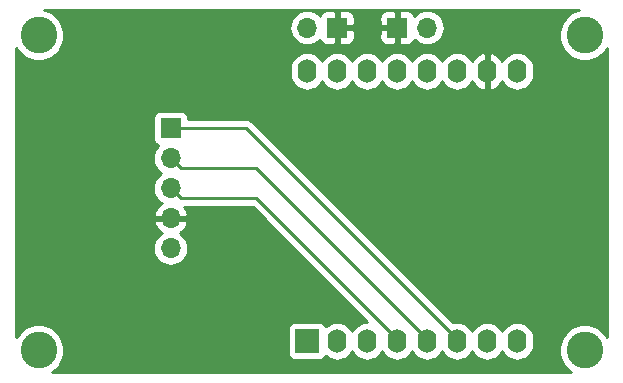
<source format=gbr>
G04 #@! TF.GenerationSoftware,KiCad,Pcbnew,(5.1.2)-2*
G04 #@! TF.CreationDate,2019-08-08T14:41:15+02:00*
G04 #@! TF.ProjectId,esp8266_8x8MatrixLed,65737038-3236-4365-9f38-78384d617472,rev?*
G04 #@! TF.SameCoordinates,Original*
G04 #@! TF.FileFunction,Copper,L2,Bot*
G04 #@! TF.FilePolarity,Positive*
%FSLAX46Y46*%
G04 Gerber Fmt 4.6, Leading zero omitted, Abs format (unit mm)*
G04 Created by KiCad (PCBNEW (5.1.2)-2) date 2019-08-08 14:41:15*
%MOMM*%
%LPD*%
G04 APERTURE LIST*
%ADD10O,1.600000X2.000000*%
%ADD11R,2.000000X2.000000*%
%ADD12O,1.700000X1.700000*%
%ADD13R,1.700000X1.700000*%
%ADD14C,3.100000*%
%ADD15C,0.250000*%
%ADD16C,0.254000*%
G04 APERTURE END LIST*
D10*
X88265000Y-34798000D03*
X90805000Y-34798000D03*
X93345000Y-34798000D03*
X95885000Y-34798000D03*
X98425000Y-34798000D03*
X100965000Y-34798000D03*
X103505000Y-34798000D03*
X106045000Y-34798000D03*
X106045000Y-57658000D03*
X103505000Y-57658000D03*
X100965000Y-57658000D03*
X98425000Y-57658000D03*
X95885000Y-57658000D03*
X93345000Y-57658000D03*
D11*
X88265000Y-57658000D03*
D10*
X90805000Y-57658000D03*
D12*
X76708000Y-49784000D03*
X76708000Y-47244000D03*
X76708000Y-44704000D03*
X76708000Y-42164000D03*
D13*
X76708000Y-39624000D03*
D12*
X98425000Y-31115000D03*
D13*
X95885000Y-31115000D03*
D12*
X88265000Y-31115000D03*
D13*
X90805000Y-31115000D03*
D14*
X111760000Y-31750000D03*
X111760000Y-58420000D03*
X65532000Y-58420000D03*
X65532000Y-31750000D03*
D15*
X95885000Y-57458000D02*
X95885000Y-57658000D01*
X83980999Y-45553999D02*
X95885000Y-57458000D01*
X77557999Y-45553999D02*
X83980999Y-45553999D01*
X76708000Y-44704000D02*
X77557999Y-45553999D01*
X98425000Y-57458000D02*
X98425000Y-57658000D01*
X83980999Y-43013999D02*
X98425000Y-57458000D01*
X77557999Y-43013999D02*
X83980999Y-43013999D01*
X76708000Y-42164000D02*
X77557999Y-43013999D01*
X100965000Y-57458000D02*
X100965000Y-57658000D01*
X83131000Y-39624000D02*
X100965000Y-57458000D01*
X76708000Y-39624000D02*
X83131000Y-39624000D01*
D16*
G36*
X111122659Y-29648969D02*
G01*
X110725015Y-29813678D01*
X110367144Y-30052800D01*
X110062800Y-30357144D01*
X109823678Y-30715015D01*
X109658969Y-31112659D01*
X109575000Y-31534796D01*
X109575000Y-31965204D01*
X109658969Y-32387341D01*
X109823678Y-32784985D01*
X110062800Y-33142856D01*
X110367144Y-33447200D01*
X110725015Y-33686322D01*
X111122659Y-33851031D01*
X111544796Y-33935000D01*
X111975204Y-33935000D01*
X112397341Y-33851031D01*
X112794985Y-33686322D01*
X113152856Y-33447200D01*
X113457200Y-33142856D01*
X113640001Y-32869275D01*
X113640000Y-57300723D01*
X113457200Y-57027144D01*
X113152856Y-56722800D01*
X112794985Y-56483678D01*
X112397341Y-56318969D01*
X111975204Y-56235000D01*
X111544796Y-56235000D01*
X111122659Y-56318969D01*
X110725015Y-56483678D01*
X110367144Y-56722800D01*
X110062800Y-57027144D01*
X109823678Y-57385015D01*
X109658969Y-57782659D01*
X109575000Y-58204796D01*
X109575000Y-58635204D01*
X109658969Y-59057341D01*
X109823678Y-59454985D01*
X110062800Y-59812856D01*
X110367144Y-60117200D01*
X110640723Y-60300000D01*
X66651277Y-60300000D01*
X66924856Y-60117200D01*
X67229200Y-59812856D01*
X67468322Y-59454985D01*
X67633031Y-59057341D01*
X67717000Y-58635204D01*
X67717000Y-58204796D01*
X67633031Y-57782659D01*
X67468322Y-57385015D01*
X67229200Y-57027144D01*
X66924856Y-56722800D01*
X66566985Y-56483678D01*
X66169341Y-56318969D01*
X65747204Y-56235000D01*
X65316796Y-56235000D01*
X64894659Y-56318969D01*
X64497015Y-56483678D01*
X64139144Y-56722800D01*
X63834800Y-57027144D01*
X63652000Y-57300723D01*
X63652000Y-49784000D01*
X75215815Y-49784000D01*
X75244487Y-50075111D01*
X75329401Y-50355034D01*
X75467294Y-50613014D01*
X75652866Y-50839134D01*
X75878986Y-51024706D01*
X76136966Y-51162599D01*
X76416889Y-51247513D01*
X76635050Y-51269000D01*
X76780950Y-51269000D01*
X76999111Y-51247513D01*
X77279034Y-51162599D01*
X77537014Y-51024706D01*
X77763134Y-50839134D01*
X77948706Y-50613014D01*
X78086599Y-50355034D01*
X78171513Y-50075111D01*
X78200185Y-49784000D01*
X78171513Y-49492889D01*
X78086599Y-49212966D01*
X77948706Y-48954986D01*
X77763134Y-48728866D01*
X77537014Y-48543294D01*
X77472477Y-48508799D01*
X77589355Y-48439178D01*
X77805588Y-48244269D01*
X77979641Y-48010920D01*
X78104825Y-47748099D01*
X78149476Y-47600890D01*
X78028155Y-47371000D01*
X76835000Y-47371000D01*
X76835000Y-47391000D01*
X76581000Y-47391000D01*
X76581000Y-47371000D01*
X75387845Y-47371000D01*
X75266524Y-47600890D01*
X75311175Y-47748099D01*
X75436359Y-48010920D01*
X75610412Y-48244269D01*
X75826645Y-48439178D01*
X75943523Y-48508799D01*
X75878986Y-48543294D01*
X75652866Y-48728866D01*
X75467294Y-48954986D01*
X75329401Y-49212966D01*
X75244487Y-49492889D01*
X75215815Y-49784000D01*
X63652000Y-49784000D01*
X63652000Y-42164000D01*
X75215815Y-42164000D01*
X75244487Y-42455111D01*
X75329401Y-42735034D01*
X75467294Y-42993014D01*
X75652866Y-43219134D01*
X75878986Y-43404706D01*
X75933791Y-43434000D01*
X75878986Y-43463294D01*
X75652866Y-43648866D01*
X75467294Y-43874986D01*
X75329401Y-44132966D01*
X75244487Y-44412889D01*
X75215815Y-44704000D01*
X75244487Y-44995111D01*
X75329401Y-45275034D01*
X75467294Y-45533014D01*
X75652866Y-45759134D01*
X75878986Y-45944706D01*
X75943523Y-45979201D01*
X75826645Y-46048822D01*
X75610412Y-46243731D01*
X75436359Y-46477080D01*
X75311175Y-46739901D01*
X75266524Y-46887110D01*
X75387845Y-47117000D01*
X76581000Y-47117000D01*
X76581000Y-47097000D01*
X76835000Y-47097000D01*
X76835000Y-47117000D01*
X78028155Y-47117000D01*
X78149476Y-46887110D01*
X78104825Y-46739901D01*
X77979641Y-46477080D01*
X77858000Y-46313999D01*
X83666198Y-46313999D01*
X93370796Y-56018598D01*
X93345000Y-56016057D01*
X93063691Y-56043764D01*
X92793192Y-56125818D01*
X92543899Y-56259068D01*
X92325392Y-56438393D01*
X92146068Y-56656900D01*
X92075000Y-56789858D01*
X92003932Y-56656899D01*
X91824607Y-56438392D01*
X91606100Y-56259068D01*
X91356807Y-56125818D01*
X91086308Y-56043764D01*
X90805000Y-56016057D01*
X90523691Y-56043764D01*
X90253192Y-56125818D01*
X90003899Y-56259068D01*
X89842559Y-56391477D01*
X89795537Y-56303506D01*
X89716185Y-56206815D01*
X89619494Y-56127463D01*
X89509180Y-56068498D01*
X89389482Y-56032188D01*
X89265000Y-56019928D01*
X87265000Y-56019928D01*
X87140518Y-56032188D01*
X87020820Y-56068498D01*
X86910506Y-56127463D01*
X86813815Y-56206815D01*
X86734463Y-56303506D01*
X86675498Y-56413820D01*
X86639188Y-56533518D01*
X86626928Y-56658000D01*
X86626928Y-58658000D01*
X86639188Y-58782482D01*
X86675498Y-58902180D01*
X86734463Y-59012494D01*
X86813815Y-59109185D01*
X86910506Y-59188537D01*
X87020820Y-59247502D01*
X87140518Y-59283812D01*
X87265000Y-59296072D01*
X89265000Y-59296072D01*
X89389482Y-59283812D01*
X89509180Y-59247502D01*
X89619494Y-59188537D01*
X89716185Y-59109185D01*
X89795537Y-59012494D01*
X89842559Y-58924523D01*
X90003900Y-59056932D01*
X90253193Y-59190182D01*
X90523692Y-59272236D01*
X90805000Y-59299943D01*
X91086309Y-59272236D01*
X91356808Y-59190182D01*
X91606101Y-59056932D01*
X91824608Y-58877608D01*
X92003932Y-58659101D01*
X92075000Y-58526142D01*
X92146068Y-58659101D01*
X92325393Y-58877608D01*
X92543900Y-59056932D01*
X92793193Y-59190182D01*
X93063692Y-59272236D01*
X93345000Y-59299943D01*
X93626309Y-59272236D01*
X93896808Y-59190182D01*
X94146101Y-59056932D01*
X94364608Y-58877608D01*
X94543932Y-58659101D01*
X94615000Y-58526142D01*
X94686068Y-58659101D01*
X94865393Y-58877608D01*
X95083900Y-59056932D01*
X95333193Y-59190182D01*
X95603692Y-59272236D01*
X95885000Y-59299943D01*
X96166309Y-59272236D01*
X96436808Y-59190182D01*
X96686101Y-59056932D01*
X96904608Y-58877608D01*
X97083932Y-58659101D01*
X97155000Y-58526142D01*
X97226068Y-58659101D01*
X97405393Y-58877608D01*
X97623900Y-59056932D01*
X97873193Y-59190182D01*
X98143692Y-59272236D01*
X98425000Y-59299943D01*
X98706309Y-59272236D01*
X98976808Y-59190182D01*
X99226101Y-59056932D01*
X99444608Y-58877608D01*
X99623932Y-58659101D01*
X99695000Y-58526142D01*
X99766068Y-58659101D01*
X99945393Y-58877608D01*
X100163900Y-59056932D01*
X100413193Y-59190182D01*
X100683692Y-59272236D01*
X100965000Y-59299943D01*
X101246309Y-59272236D01*
X101516808Y-59190182D01*
X101766101Y-59056932D01*
X101984608Y-58877608D01*
X102163932Y-58659101D01*
X102235000Y-58526142D01*
X102306068Y-58659101D01*
X102485393Y-58877608D01*
X102703900Y-59056932D01*
X102953193Y-59190182D01*
X103223692Y-59272236D01*
X103505000Y-59299943D01*
X103786309Y-59272236D01*
X104056808Y-59190182D01*
X104306101Y-59056932D01*
X104524608Y-58877608D01*
X104703932Y-58659101D01*
X104775000Y-58526142D01*
X104846068Y-58659101D01*
X105025393Y-58877608D01*
X105243900Y-59056932D01*
X105493193Y-59190182D01*
X105763692Y-59272236D01*
X106045000Y-59299943D01*
X106326309Y-59272236D01*
X106596808Y-59190182D01*
X106846101Y-59056932D01*
X107064608Y-58877608D01*
X107243932Y-58659101D01*
X107377182Y-58409807D01*
X107459236Y-58139308D01*
X107480000Y-57928491D01*
X107480000Y-57387508D01*
X107459236Y-57176691D01*
X107377182Y-56906192D01*
X107243932Y-56656899D01*
X107064607Y-56438392D01*
X106846100Y-56259068D01*
X106596807Y-56125818D01*
X106326308Y-56043764D01*
X106045000Y-56016057D01*
X105763691Y-56043764D01*
X105493192Y-56125818D01*
X105243899Y-56259068D01*
X105025392Y-56438393D01*
X104846068Y-56656900D01*
X104775000Y-56789858D01*
X104703932Y-56656899D01*
X104524607Y-56438392D01*
X104306100Y-56259068D01*
X104056807Y-56125818D01*
X103786308Y-56043764D01*
X103505000Y-56016057D01*
X103223691Y-56043764D01*
X102953192Y-56125818D01*
X102703899Y-56259068D01*
X102485392Y-56438393D01*
X102306068Y-56656900D01*
X102235000Y-56789858D01*
X102163932Y-56656899D01*
X101984607Y-56438392D01*
X101766100Y-56259068D01*
X101516807Y-56125818D01*
X101246308Y-56043764D01*
X100965000Y-56016057D01*
X100683691Y-56043764D01*
X100639094Y-56057292D01*
X83694804Y-39113003D01*
X83671001Y-39083999D01*
X83555276Y-38989026D01*
X83423247Y-38918454D01*
X83279986Y-38874997D01*
X83168333Y-38864000D01*
X83168322Y-38864000D01*
X83131000Y-38860324D01*
X83093678Y-38864000D01*
X78196072Y-38864000D01*
X78196072Y-38774000D01*
X78183812Y-38649518D01*
X78147502Y-38529820D01*
X78088537Y-38419506D01*
X78009185Y-38322815D01*
X77912494Y-38243463D01*
X77802180Y-38184498D01*
X77682482Y-38148188D01*
X77558000Y-38135928D01*
X75858000Y-38135928D01*
X75733518Y-38148188D01*
X75613820Y-38184498D01*
X75503506Y-38243463D01*
X75406815Y-38322815D01*
X75327463Y-38419506D01*
X75268498Y-38529820D01*
X75232188Y-38649518D01*
X75219928Y-38774000D01*
X75219928Y-40474000D01*
X75232188Y-40598482D01*
X75268498Y-40718180D01*
X75327463Y-40828494D01*
X75406815Y-40925185D01*
X75503506Y-41004537D01*
X75613820Y-41063502D01*
X75682687Y-41084393D01*
X75652866Y-41108866D01*
X75467294Y-41334986D01*
X75329401Y-41592966D01*
X75244487Y-41872889D01*
X75215815Y-42164000D01*
X63652000Y-42164000D01*
X63652000Y-34527509D01*
X86830000Y-34527509D01*
X86830000Y-35068492D01*
X86850764Y-35279309D01*
X86932818Y-35549808D01*
X87066068Y-35799101D01*
X87245393Y-36017608D01*
X87463900Y-36196932D01*
X87713193Y-36330182D01*
X87983692Y-36412236D01*
X88265000Y-36439943D01*
X88546309Y-36412236D01*
X88816808Y-36330182D01*
X89066101Y-36196932D01*
X89284608Y-36017608D01*
X89463932Y-35799101D01*
X89535000Y-35666142D01*
X89606068Y-35799101D01*
X89785393Y-36017608D01*
X90003900Y-36196932D01*
X90253193Y-36330182D01*
X90523692Y-36412236D01*
X90805000Y-36439943D01*
X91086309Y-36412236D01*
X91356808Y-36330182D01*
X91606101Y-36196932D01*
X91824608Y-36017608D01*
X92003932Y-35799101D01*
X92075000Y-35666142D01*
X92146068Y-35799101D01*
X92325393Y-36017608D01*
X92543900Y-36196932D01*
X92793193Y-36330182D01*
X93063692Y-36412236D01*
X93345000Y-36439943D01*
X93626309Y-36412236D01*
X93896808Y-36330182D01*
X94146101Y-36196932D01*
X94364608Y-36017608D01*
X94543932Y-35799101D01*
X94615000Y-35666142D01*
X94686068Y-35799101D01*
X94865393Y-36017608D01*
X95083900Y-36196932D01*
X95333193Y-36330182D01*
X95603692Y-36412236D01*
X95885000Y-36439943D01*
X96166309Y-36412236D01*
X96436808Y-36330182D01*
X96686101Y-36196932D01*
X96904608Y-36017608D01*
X97083932Y-35799101D01*
X97155000Y-35666142D01*
X97226068Y-35799101D01*
X97405393Y-36017608D01*
X97623900Y-36196932D01*
X97873193Y-36330182D01*
X98143692Y-36412236D01*
X98425000Y-36439943D01*
X98706309Y-36412236D01*
X98976808Y-36330182D01*
X99226101Y-36196932D01*
X99444608Y-36017608D01*
X99623932Y-35799101D01*
X99695000Y-35666142D01*
X99766068Y-35799101D01*
X99945393Y-36017608D01*
X100163900Y-36196932D01*
X100413193Y-36330182D01*
X100683692Y-36412236D01*
X100965000Y-36439943D01*
X101246309Y-36412236D01*
X101516808Y-36330182D01*
X101766101Y-36196932D01*
X101984608Y-36017608D01*
X102163932Y-35799101D01*
X102233122Y-35669655D01*
X102240570Y-35687227D01*
X102399327Y-35920662D01*
X102600575Y-36118639D01*
X102836579Y-36273551D01*
X103098270Y-36379444D01*
X103155961Y-36389904D01*
X103378000Y-36267915D01*
X103378000Y-34925000D01*
X103358000Y-34925000D01*
X103358000Y-34671000D01*
X103378000Y-34671000D01*
X103378000Y-33328085D01*
X103632000Y-33328085D01*
X103632000Y-34671000D01*
X103652000Y-34671000D01*
X103652000Y-34925000D01*
X103632000Y-34925000D01*
X103632000Y-36267915D01*
X103854039Y-36389904D01*
X103911730Y-36379444D01*
X104173421Y-36273551D01*
X104409425Y-36118639D01*
X104610673Y-35920662D01*
X104769430Y-35687227D01*
X104776878Y-35669655D01*
X104846068Y-35799101D01*
X105025393Y-36017608D01*
X105243900Y-36196932D01*
X105493193Y-36330182D01*
X105763692Y-36412236D01*
X106045000Y-36439943D01*
X106326309Y-36412236D01*
X106596808Y-36330182D01*
X106846101Y-36196932D01*
X107064608Y-36017608D01*
X107243932Y-35799101D01*
X107377182Y-35549807D01*
X107459236Y-35279308D01*
X107480000Y-35068491D01*
X107480000Y-34527508D01*
X107459236Y-34316691D01*
X107377182Y-34046192D01*
X107243932Y-33796899D01*
X107064607Y-33578392D01*
X106846100Y-33399068D01*
X106596807Y-33265818D01*
X106326308Y-33183764D01*
X106045000Y-33156057D01*
X105763691Y-33183764D01*
X105493192Y-33265818D01*
X105243899Y-33399068D01*
X105025392Y-33578393D01*
X104846068Y-33796900D01*
X104776878Y-33926345D01*
X104769430Y-33908773D01*
X104610673Y-33675338D01*
X104409425Y-33477361D01*
X104173421Y-33322449D01*
X103911730Y-33216556D01*
X103854039Y-33206096D01*
X103632000Y-33328085D01*
X103378000Y-33328085D01*
X103155961Y-33206096D01*
X103098270Y-33216556D01*
X102836579Y-33322449D01*
X102600575Y-33477361D01*
X102399327Y-33675338D01*
X102240570Y-33908773D01*
X102233122Y-33926345D01*
X102163932Y-33796899D01*
X101984607Y-33578392D01*
X101766100Y-33399068D01*
X101516807Y-33265818D01*
X101246308Y-33183764D01*
X100965000Y-33156057D01*
X100683691Y-33183764D01*
X100413192Y-33265818D01*
X100163899Y-33399068D01*
X99945392Y-33578393D01*
X99766068Y-33796900D01*
X99695000Y-33929858D01*
X99623932Y-33796899D01*
X99444607Y-33578392D01*
X99226100Y-33399068D01*
X98976807Y-33265818D01*
X98706308Y-33183764D01*
X98425000Y-33156057D01*
X98143691Y-33183764D01*
X97873192Y-33265818D01*
X97623899Y-33399068D01*
X97405392Y-33578393D01*
X97226068Y-33796900D01*
X97155000Y-33929858D01*
X97083932Y-33796899D01*
X96904607Y-33578392D01*
X96686100Y-33399068D01*
X96436807Y-33265818D01*
X96166308Y-33183764D01*
X95885000Y-33156057D01*
X95603691Y-33183764D01*
X95333192Y-33265818D01*
X95083899Y-33399068D01*
X94865392Y-33578393D01*
X94686068Y-33796900D01*
X94615000Y-33929858D01*
X94543932Y-33796899D01*
X94364607Y-33578392D01*
X94146100Y-33399068D01*
X93896807Y-33265818D01*
X93626308Y-33183764D01*
X93345000Y-33156057D01*
X93063691Y-33183764D01*
X92793192Y-33265818D01*
X92543899Y-33399068D01*
X92325392Y-33578393D01*
X92146068Y-33796900D01*
X92075000Y-33929858D01*
X92003932Y-33796899D01*
X91824607Y-33578392D01*
X91606100Y-33399068D01*
X91356807Y-33265818D01*
X91086308Y-33183764D01*
X90805000Y-33156057D01*
X90523691Y-33183764D01*
X90253192Y-33265818D01*
X90003899Y-33399068D01*
X89785392Y-33578393D01*
X89606068Y-33796900D01*
X89535000Y-33929858D01*
X89463932Y-33796899D01*
X89284607Y-33578392D01*
X89066100Y-33399068D01*
X88816807Y-33265818D01*
X88546308Y-33183764D01*
X88265000Y-33156057D01*
X87983691Y-33183764D01*
X87713192Y-33265818D01*
X87463899Y-33399068D01*
X87245392Y-33578393D01*
X87066068Y-33796900D01*
X86932818Y-34046193D01*
X86850764Y-34316692D01*
X86830000Y-34527509D01*
X63652000Y-34527509D01*
X63652000Y-32869277D01*
X63834800Y-33142856D01*
X64139144Y-33447200D01*
X64497015Y-33686322D01*
X64894659Y-33851031D01*
X65316796Y-33935000D01*
X65747204Y-33935000D01*
X66169341Y-33851031D01*
X66566985Y-33686322D01*
X66924856Y-33447200D01*
X67229200Y-33142856D01*
X67468322Y-32784985D01*
X67633031Y-32387341D01*
X67717000Y-31965204D01*
X67717000Y-31534796D01*
X67633497Y-31115000D01*
X86772815Y-31115000D01*
X86801487Y-31406111D01*
X86886401Y-31686034D01*
X87024294Y-31944014D01*
X87209866Y-32170134D01*
X87435986Y-32355706D01*
X87693966Y-32493599D01*
X87973889Y-32578513D01*
X88192050Y-32600000D01*
X88337950Y-32600000D01*
X88556111Y-32578513D01*
X88836034Y-32493599D01*
X89094014Y-32355706D01*
X89320134Y-32170134D01*
X89344607Y-32140313D01*
X89365498Y-32209180D01*
X89424463Y-32319494D01*
X89503815Y-32416185D01*
X89600506Y-32495537D01*
X89710820Y-32554502D01*
X89830518Y-32590812D01*
X89955000Y-32603072D01*
X90519250Y-32600000D01*
X90678000Y-32441250D01*
X90678000Y-31242000D01*
X90932000Y-31242000D01*
X90932000Y-32441250D01*
X91090750Y-32600000D01*
X91655000Y-32603072D01*
X91779482Y-32590812D01*
X91899180Y-32554502D01*
X92009494Y-32495537D01*
X92106185Y-32416185D01*
X92185537Y-32319494D01*
X92244502Y-32209180D01*
X92280812Y-32089482D01*
X92293072Y-31965000D01*
X94396928Y-31965000D01*
X94409188Y-32089482D01*
X94445498Y-32209180D01*
X94504463Y-32319494D01*
X94583815Y-32416185D01*
X94680506Y-32495537D01*
X94790820Y-32554502D01*
X94910518Y-32590812D01*
X95035000Y-32603072D01*
X95599250Y-32600000D01*
X95758000Y-32441250D01*
X95758000Y-31242000D01*
X94558750Y-31242000D01*
X94400000Y-31400750D01*
X94396928Y-31965000D01*
X92293072Y-31965000D01*
X92290000Y-31400750D01*
X92131250Y-31242000D01*
X90932000Y-31242000D01*
X90678000Y-31242000D01*
X90658000Y-31242000D01*
X90658000Y-30988000D01*
X90678000Y-30988000D01*
X90678000Y-29788750D01*
X90932000Y-29788750D01*
X90932000Y-30988000D01*
X92131250Y-30988000D01*
X92290000Y-30829250D01*
X92293072Y-30265000D01*
X94396928Y-30265000D01*
X94400000Y-30829250D01*
X94558750Y-30988000D01*
X95758000Y-30988000D01*
X95758000Y-29788750D01*
X96012000Y-29788750D01*
X96012000Y-30988000D01*
X96032000Y-30988000D01*
X96032000Y-31242000D01*
X96012000Y-31242000D01*
X96012000Y-32441250D01*
X96170750Y-32600000D01*
X96735000Y-32603072D01*
X96859482Y-32590812D01*
X96979180Y-32554502D01*
X97089494Y-32495537D01*
X97186185Y-32416185D01*
X97265537Y-32319494D01*
X97324502Y-32209180D01*
X97345393Y-32140313D01*
X97369866Y-32170134D01*
X97595986Y-32355706D01*
X97853966Y-32493599D01*
X98133889Y-32578513D01*
X98352050Y-32600000D01*
X98497950Y-32600000D01*
X98716111Y-32578513D01*
X98996034Y-32493599D01*
X99254014Y-32355706D01*
X99480134Y-32170134D01*
X99665706Y-31944014D01*
X99803599Y-31686034D01*
X99888513Y-31406111D01*
X99917185Y-31115000D01*
X99888513Y-30823889D01*
X99803599Y-30543966D01*
X99665706Y-30285986D01*
X99480134Y-30059866D01*
X99254014Y-29874294D01*
X98996034Y-29736401D01*
X98716111Y-29651487D01*
X98497950Y-29630000D01*
X98352050Y-29630000D01*
X98133889Y-29651487D01*
X97853966Y-29736401D01*
X97595986Y-29874294D01*
X97369866Y-30059866D01*
X97345393Y-30089687D01*
X97324502Y-30020820D01*
X97265537Y-29910506D01*
X97186185Y-29813815D01*
X97089494Y-29734463D01*
X96979180Y-29675498D01*
X96859482Y-29639188D01*
X96735000Y-29626928D01*
X96170750Y-29630000D01*
X96012000Y-29788750D01*
X95758000Y-29788750D01*
X95599250Y-29630000D01*
X95035000Y-29626928D01*
X94910518Y-29639188D01*
X94790820Y-29675498D01*
X94680506Y-29734463D01*
X94583815Y-29813815D01*
X94504463Y-29910506D01*
X94445498Y-30020820D01*
X94409188Y-30140518D01*
X94396928Y-30265000D01*
X92293072Y-30265000D01*
X92280812Y-30140518D01*
X92244502Y-30020820D01*
X92185537Y-29910506D01*
X92106185Y-29813815D01*
X92009494Y-29734463D01*
X91899180Y-29675498D01*
X91779482Y-29639188D01*
X91655000Y-29626928D01*
X91090750Y-29630000D01*
X90932000Y-29788750D01*
X90678000Y-29788750D01*
X90519250Y-29630000D01*
X89955000Y-29626928D01*
X89830518Y-29639188D01*
X89710820Y-29675498D01*
X89600506Y-29734463D01*
X89503815Y-29813815D01*
X89424463Y-29910506D01*
X89365498Y-30020820D01*
X89344607Y-30089687D01*
X89320134Y-30059866D01*
X89094014Y-29874294D01*
X88836034Y-29736401D01*
X88556111Y-29651487D01*
X88337950Y-29630000D01*
X88192050Y-29630000D01*
X87973889Y-29651487D01*
X87693966Y-29736401D01*
X87435986Y-29874294D01*
X87209866Y-30059866D01*
X87024294Y-30285986D01*
X86886401Y-30543966D01*
X86801487Y-30823889D01*
X86772815Y-31115000D01*
X67633497Y-31115000D01*
X67633031Y-31112659D01*
X67468322Y-30715015D01*
X67229200Y-30357144D01*
X66924856Y-30052800D01*
X66566985Y-29813678D01*
X66169341Y-29648969D01*
X66003596Y-29616000D01*
X111288404Y-29616000D01*
X111122659Y-29648969D01*
X111122659Y-29648969D01*
G37*
X111122659Y-29648969D02*
X110725015Y-29813678D01*
X110367144Y-30052800D01*
X110062800Y-30357144D01*
X109823678Y-30715015D01*
X109658969Y-31112659D01*
X109575000Y-31534796D01*
X109575000Y-31965204D01*
X109658969Y-32387341D01*
X109823678Y-32784985D01*
X110062800Y-33142856D01*
X110367144Y-33447200D01*
X110725015Y-33686322D01*
X111122659Y-33851031D01*
X111544796Y-33935000D01*
X111975204Y-33935000D01*
X112397341Y-33851031D01*
X112794985Y-33686322D01*
X113152856Y-33447200D01*
X113457200Y-33142856D01*
X113640001Y-32869275D01*
X113640000Y-57300723D01*
X113457200Y-57027144D01*
X113152856Y-56722800D01*
X112794985Y-56483678D01*
X112397341Y-56318969D01*
X111975204Y-56235000D01*
X111544796Y-56235000D01*
X111122659Y-56318969D01*
X110725015Y-56483678D01*
X110367144Y-56722800D01*
X110062800Y-57027144D01*
X109823678Y-57385015D01*
X109658969Y-57782659D01*
X109575000Y-58204796D01*
X109575000Y-58635204D01*
X109658969Y-59057341D01*
X109823678Y-59454985D01*
X110062800Y-59812856D01*
X110367144Y-60117200D01*
X110640723Y-60300000D01*
X66651277Y-60300000D01*
X66924856Y-60117200D01*
X67229200Y-59812856D01*
X67468322Y-59454985D01*
X67633031Y-59057341D01*
X67717000Y-58635204D01*
X67717000Y-58204796D01*
X67633031Y-57782659D01*
X67468322Y-57385015D01*
X67229200Y-57027144D01*
X66924856Y-56722800D01*
X66566985Y-56483678D01*
X66169341Y-56318969D01*
X65747204Y-56235000D01*
X65316796Y-56235000D01*
X64894659Y-56318969D01*
X64497015Y-56483678D01*
X64139144Y-56722800D01*
X63834800Y-57027144D01*
X63652000Y-57300723D01*
X63652000Y-49784000D01*
X75215815Y-49784000D01*
X75244487Y-50075111D01*
X75329401Y-50355034D01*
X75467294Y-50613014D01*
X75652866Y-50839134D01*
X75878986Y-51024706D01*
X76136966Y-51162599D01*
X76416889Y-51247513D01*
X76635050Y-51269000D01*
X76780950Y-51269000D01*
X76999111Y-51247513D01*
X77279034Y-51162599D01*
X77537014Y-51024706D01*
X77763134Y-50839134D01*
X77948706Y-50613014D01*
X78086599Y-50355034D01*
X78171513Y-50075111D01*
X78200185Y-49784000D01*
X78171513Y-49492889D01*
X78086599Y-49212966D01*
X77948706Y-48954986D01*
X77763134Y-48728866D01*
X77537014Y-48543294D01*
X77472477Y-48508799D01*
X77589355Y-48439178D01*
X77805588Y-48244269D01*
X77979641Y-48010920D01*
X78104825Y-47748099D01*
X78149476Y-47600890D01*
X78028155Y-47371000D01*
X76835000Y-47371000D01*
X76835000Y-47391000D01*
X76581000Y-47391000D01*
X76581000Y-47371000D01*
X75387845Y-47371000D01*
X75266524Y-47600890D01*
X75311175Y-47748099D01*
X75436359Y-48010920D01*
X75610412Y-48244269D01*
X75826645Y-48439178D01*
X75943523Y-48508799D01*
X75878986Y-48543294D01*
X75652866Y-48728866D01*
X75467294Y-48954986D01*
X75329401Y-49212966D01*
X75244487Y-49492889D01*
X75215815Y-49784000D01*
X63652000Y-49784000D01*
X63652000Y-42164000D01*
X75215815Y-42164000D01*
X75244487Y-42455111D01*
X75329401Y-42735034D01*
X75467294Y-42993014D01*
X75652866Y-43219134D01*
X75878986Y-43404706D01*
X75933791Y-43434000D01*
X75878986Y-43463294D01*
X75652866Y-43648866D01*
X75467294Y-43874986D01*
X75329401Y-44132966D01*
X75244487Y-44412889D01*
X75215815Y-44704000D01*
X75244487Y-44995111D01*
X75329401Y-45275034D01*
X75467294Y-45533014D01*
X75652866Y-45759134D01*
X75878986Y-45944706D01*
X75943523Y-45979201D01*
X75826645Y-46048822D01*
X75610412Y-46243731D01*
X75436359Y-46477080D01*
X75311175Y-46739901D01*
X75266524Y-46887110D01*
X75387845Y-47117000D01*
X76581000Y-47117000D01*
X76581000Y-47097000D01*
X76835000Y-47097000D01*
X76835000Y-47117000D01*
X78028155Y-47117000D01*
X78149476Y-46887110D01*
X78104825Y-46739901D01*
X77979641Y-46477080D01*
X77858000Y-46313999D01*
X83666198Y-46313999D01*
X93370796Y-56018598D01*
X93345000Y-56016057D01*
X93063691Y-56043764D01*
X92793192Y-56125818D01*
X92543899Y-56259068D01*
X92325392Y-56438393D01*
X92146068Y-56656900D01*
X92075000Y-56789858D01*
X92003932Y-56656899D01*
X91824607Y-56438392D01*
X91606100Y-56259068D01*
X91356807Y-56125818D01*
X91086308Y-56043764D01*
X90805000Y-56016057D01*
X90523691Y-56043764D01*
X90253192Y-56125818D01*
X90003899Y-56259068D01*
X89842559Y-56391477D01*
X89795537Y-56303506D01*
X89716185Y-56206815D01*
X89619494Y-56127463D01*
X89509180Y-56068498D01*
X89389482Y-56032188D01*
X89265000Y-56019928D01*
X87265000Y-56019928D01*
X87140518Y-56032188D01*
X87020820Y-56068498D01*
X86910506Y-56127463D01*
X86813815Y-56206815D01*
X86734463Y-56303506D01*
X86675498Y-56413820D01*
X86639188Y-56533518D01*
X86626928Y-56658000D01*
X86626928Y-58658000D01*
X86639188Y-58782482D01*
X86675498Y-58902180D01*
X86734463Y-59012494D01*
X86813815Y-59109185D01*
X86910506Y-59188537D01*
X87020820Y-59247502D01*
X87140518Y-59283812D01*
X87265000Y-59296072D01*
X89265000Y-59296072D01*
X89389482Y-59283812D01*
X89509180Y-59247502D01*
X89619494Y-59188537D01*
X89716185Y-59109185D01*
X89795537Y-59012494D01*
X89842559Y-58924523D01*
X90003900Y-59056932D01*
X90253193Y-59190182D01*
X90523692Y-59272236D01*
X90805000Y-59299943D01*
X91086309Y-59272236D01*
X91356808Y-59190182D01*
X91606101Y-59056932D01*
X91824608Y-58877608D01*
X92003932Y-58659101D01*
X92075000Y-58526142D01*
X92146068Y-58659101D01*
X92325393Y-58877608D01*
X92543900Y-59056932D01*
X92793193Y-59190182D01*
X93063692Y-59272236D01*
X93345000Y-59299943D01*
X93626309Y-59272236D01*
X93896808Y-59190182D01*
X94146101Y-59056932D01*
X94364608Y-58877608D01*
X94543932Y-58659101D01*
X94615000Y-58526142D01*
X94686068Y-58659101D01*
X94865393Y-58877608D01*
X95083900Y-59056932D01*
X95333193Y-59190182D01*
X95603692Y-59272236D01*
X95885000Y-59299943D01*
X96166309Y-59272236D01*
X96436808Y-59190182D01*
X96686101Y-59056932D01*
X96904608Y-58877608D01*
X97083932Y-58659101D01*
X97155000Y-58526142D01*
X97226068Y-58659101D01*
X97405393Y-58877608D01*
X97623900Y-59056932D01*
X97873193Y-59190182D01*
X98143692Y-59272236D01*
X98425000Y-59299943D01*
X98706309Y-59272236D01*
X98976808Y-59190182D01*
X99226101Y-59056932D01*
X99444608Y-58877608D01*
X99623932Y-58659101D01*
X99695000Y-58526142D01*
X99766068Y-58659101D01*
X99945393Y-58877608D01*
X100163900Y-59056932D01*
X100413193Y-59190182D01*
X100683692Y-59272236D01*
X100965000Y-59299943D01*
X101246309Y-59272236D01*
X101516808Y-59190182D01*
X101766101Y-59056932D01*
X101984608Y-58877608D01*
X102163932Y-58659101D01*
X102235000Y-58526142D01*
X102306068Y-58659101D01*
X102485393Y-58877608D01*
X102703900Y-59056932D01*
X102953193Y-59190182D01*
X103223692Y-59272236D01*
X103505000Y-59299943D01*
X103786309Y-59272236D01*
X104056808Y-59190182D01*
X104306101Y-59056932D01*
X104524608Y-58877608D01*
X104703932Y-58659101D01*
X104775000Y-58526142D01*
X104846068Y-58659101D01*
X105025393Y-58877608D01*
X105243900Y-59056932D01*
X105493193Y-59190182D01*
X105763692Y-59272236D01*
X106045000Y-59299943D01*
X106326309Y-59272236D01*
X106596808Y-59190182D01*
X106846101Y-59056932D01*
X107064608Y-58877608D01*
X107243932Y-58659101D01*
X107377182Y-58409807D01*
X107459236Y-58139308D01*
X107480000Y-57928491D01*
X107480000Y-57387508D01*
X107459236Y-57176691D01*
X107377182Y-56906192D01*
X107243932Y-56656899D01*
X107064607Y-56438392D01*
X106846100Y-56259068D01*
X106596807Y-56125818D01*
X106326308Y-56043764D01*
X106045000Y-56016057D01*
X105763691Y-56043764D01*
X105493192Y-56125818D01*
X105243899Y-56259068D01*
X105025392Y-56438393D01*
X104846068Y-56656900D01*
X104775000Y-56789858D01*
X104703932Y-56656899D01*
X104524607Y-56438392D01*
X104306100Y-56259068D01*
X104056807Y-56125818D01*
X103786308Y-56043764D01*
X103505000Y-56016057D01*
X103223691Y-56043764D01*
X102953192Y-56125818D01*
X102703899Y-56259068D01*
X102485392Y-56438393D01*
X102306068Y-56656900D01*
X102235000Y-56789858D01*
X102163932Y-56656899D01*
X101984607Y-56438392D01*
X101766100Y-56259068D01*
X101516807Y-56125818D01*
X101246308Y-56043764D01*
X100965000Y-56016057D01*
X100683691Y-56043764D01*
X100639094Y-56057292D01*
X83694804Y-39113003D01*
X83671001Y-39083999D01*
X83555276Y-38989026D01*
X83423247Y-38918454D01*
X83279986Y-38874997D01*
X83168333Y-38864000D01*
X83168322Y-38864000D01*
X83131000Y-38860324D01*
X83093678Y-38864000D01*
X78196072Y-38864000D01*
X78196072Y-38774000D01*
X78183812Y-38649518D01*
X78147502Y-38529820D01*
X78088537Y-38419506D01*
X78009185Y-38322815D01*
X77912494Y-38243463D01*
X77802180Y-38184498D01*
X77682482Y-38148188D01*
X77558000Y-38135928D01*
X75858000Y-38135928D01*
X75733518Y-38148188D01*
X75613820Y-38184498D01*
X75503506Y-38243463D01*
X75406815Y-38322815D01*
X75327463Y-38419506D01*
X75268498Y-38529820D01*
X75232188Y-38649518D01*
X75219928Y-38774000D01*
X75219928Y-40474000D01*
X75232188Y-40598482D01*
X75268498Y-40718180D01*
X75327463Y-40828494D01*
X75406815Y-40925185D01*
X75503506Y-41004537D01*
X75613820Y-41063502D01*
X75682687Y-41084393D01*
X75652866Y-41108866D01*
X75467294Y-41334986D01*
X75329401Y-41592966D01*
X75244487Y-41872889D01*
X75215815Y-42164000D01*
X63652000Y-42164000D01*
X63652000Y-34527509D01*
X86830000Y-34527509D01*
X86830000Y-35068492D01*
X86850764Y-35279309D01*
X86932818Y-35549808D01*
X87066068Y-35799101D01*
X87245393Y-36017608D01*
X87463900Y-36196932D01*
X87713193Y-36330182D01*
X87983692Y-36412236D01*
X88265000Y-36439943D01*
X88546309Y-36412236D01*
X88816808Y-36330182D01*
X89066101Y-36196932D01*
X89284608Y-36017608D01*
X89463932Y-35799101D01*
X89535000Y-35666142D01*
X89606068Y-35799101D01*
X89785393Y-36017608D01*
X90003900Y-36196932D01*
X90253193Y-36330182D01*
X90523692Y-36412236D01*
X90805000Y-36439943D01*
X91086309Y-36412236D01*
X91356808Y-36330182D01*
X91606101Y-36196932D01*
X91824608Y-36017608D01*
X92003932Y-35799101D01*
X92075000Y-35666142D01*
X92146068Y-35799101D01*
X92325393Y-36017608D01*
X92543900Y-36196932D01*
X92793193Y-36330182D01*
X93063692Y-36412236D01*
X93345000Y-36439943D01*
X93626309Y-36412236D01*
X93896808Y-36330182D01*
X94146101Y-36196932D01*
X94364608Y-36017608D01*
X94543932Y-35799101D01*
X94615000Y-35666142D01*
X94686068Y-35799101D01*
X94865393Y-36017608D01*
X95083900Y-36196932D01*
X95333193Y-36330182D01*
X95603692Y-36412236D01*
X95885000Y-36439943D01*
X96166309Y-36412236D01*
X96436808Y-36330182D01*
X96686101Y-36196932D01*
X96904608Y-36017608D01*
X97083932Y-35799101D01*
X97155000Y-35666142D01*
X97226068Y-35799101D01*
X97405393Y-36017608D01*
X97623900Y-36196932D01*
X97873193Y-36330182D01*
X98143692Y-36412236D01*
X98425000Y-36439943D01*
X98706309Y-36412236D01*
X98976808Y-36330182D01*
X99226101Y-36196932D01*
X99444608Y-36017608D01*
X99623932Y-35799101D01*
X99695000Y-35666142D01*
X99766068Y-35799101D01*
X99945393Y-36017608D01*
X100163900Y-36196932D01*
X100413193Y-36330182D01*
X100683692Y-36412236D01*
X100965000Y-36439943D01*
X101246309Y-36412236D01*
X101516808Y-36330182D01*
X101766101Y-36196932D01*
X101984608Y-36017608D01*
X102163932Y-35799101D01*
X102233122Y-35669655D01*
X102240570Y-35687227D01*
X102399327Y-35920662D01*
X102600575Y-36118639D01*
X102836579Y-36273551D01*
X103098270Y-36379444D01*
X103155961Y-36389904D01*
X103378000Y-36267915D01*
X103378000Y-34925000D01*
X103358000Y-34925000D01*
X103358000Y-34671000D01*
X103378000Y-34671000D01*
X103378000Y-33328085D01*
X103632000Y-33328085D01*
X103632000Y-34671000D01*
X103652000Y-34671000D01*
X103652000Y-34925000D01*
X103632000Y-34925000D01*
X103632000Y-36267915D01*
X103854039Y-36389904D01*
X103911730Y-36379444D01*
X104173421Y-36273551D01*
X104409425Y-36118639D01*
X104610673Y-35920662D01*
X104769430Y-35687227D01*
X104776878Y-35669655D01*
X104846068Y-35799101D01*
X105025393Y-36017608D01*
X105243900Y-36196932D01*
X105493193Y-36330182D01*
X105763692Y-36412236D01*
X106045000Y-36439943D01*
X106326309Y-36412236D01*
X106596808Y-36330182D01*
X106846101Y-36196932D01*
X107064608Y-36017608D01*
X107243932Y-35799101D01*
X107377182Y-35549807D01*
X107459236Y-35279308D01*
X107480000Y-35068491D01*
X107480000Y-34527508D01*
X107459236Y-34316691D01*
X107377182Y-34046192D01*
X107243932Y-33796899D01*
X107064607Y-33578392D01*
X106846100Y-33399068D01*
X106596807Y-33265818D01*
X106326308Y-33183764D01*
X106045000Y-33156057D01*
X105763691Y-33183764D01*
X105493192Y-33265818D01*
X105243899Y-33399068D01*
X105025392Y-33578393D01*
X104846068Y-33796900D01*
X104776878Y-33926345D01*
X104769430Y-33908773D01*
X104610673Y-33675338D01*
X104409425Y-33477361D01*
X104173421Y-33322449D01*
X103911730Y-33216556D01*
X103854039Y-33206096D01*
X103632000Y-33328085D01*
X103378000Y-33328085D01*
X103155961Y-33206096D01*
X103098270Y-33216556D01*
X102836579Y-33322449D01*
X102600575Y-33477361D01*
X102399327Y-33675338D01*
X102240570Y-33908773D01*
X102233122Y-33926345D01*
X102163932Y-33796899D01*
X101984607Y-33578392D01*
X101766100Y-33399068D01*
X101516807Y-33265818D01*
X101246308Y-33183764D01*
X100965000Y-33156057D01*
X100683691Y-33183764D01*
X100413192Y-33265818D01*
X100163899Y-33399068D01*
X99945392Y-33578393D01*
X99766068Y-33796900D01*
X99695000Y-33929858D01*
X99623932Y-33796899D01*
X99444607Y-33578392D01*
X99226100Y-33399068D01*
X98976807Y-33265818D01*
X98706308Y-33183764D01*
X98425000Y-33156057D01*
X98143691Y-33183764D01*
X97873192Y-33265818D01*
X97623899Y-33399068D01*
X97405392Y-33578393D01*
X97226068Y-33796900D01*
X97155000Y-33929858D01*
X97083932Y-33796899D01*
X96904607Y-33578392D01*
X96686100Y-33399068D01*
X96436807Y-33265818D01*
X96166308Y-33183764D01*
X95885000Y-33156057D01*
X95603691Y-33183764D01*
X95333192Y-33265818D01*
X95083899Y-33399068D01*
X94865392Y-33578393D01*
X94686068Y-33796900D01*
X94615000Y-33929858D01*
X94543932Y-33796899D01*
X94364607Y-33578392D01*
X94146100Y-33399068D01*
X93896807Y-33265818D01*
X93626308Y-33183764D01*
X93345000Y-33156057D01*
X93063691Y-33183764D01*
X92793192Y-33265818D01*
X92543899Y-33399068D01*
X92325392Y-33578393D01*
X92146068Y-33796900D01*
X92075000Y-33929858D01*
X92003932Y-33796899D01*
X91824607Y-33578392D01*
X91606100Y-33399068D01*
X91356807Y-33265818D01*
X91086308Y-33183764D01*
X90805000Y-33156057D01*
X90523691Y-33183764D01*
X90253192Y-33265818D01*
X90003899Y-33399068D01*
X89785392Y-33578393D01*
X89606068Y-33796900D01*
X89535000Y-33929858D01*
X89463932Y-33796899D01*
X89284607Y-33578392D01*
X89066100Y-33399068D01*
X88816807Y-33265818D01*
X88546308Y-33183764D01*
X88265000Y-33156057D01*
X87983691Y-33183764D01*
X87713192Y-33265818D01*
X87463899Y-33399068D01*
X87245392Y-33578393D01*
X87066068Y-33796900D01*
X86932818Y-34046193D01*
X86850764Y-34316692D01*
X86830000Y-34527509D01*
X63652000Y-34527509D01*
X63652000Y-32869277D01*
X63834800Y-33142856D01*
X64139144Y-33447200D01*
X64497015Y-33686322D01*
X64894659Y-33851031D01*
X65316796Y-33935000D01*
X65747204Y-33935000D01*
X66169341Y-33851031D01*
X66566985Y-33686322D01*
X66924856Y-33447200D01*
X67229200Y-33142856D01*
X67468322Y-32784985D01*
X67633031Y-32387341D01*
X67717000Y-31965204D01*
X67717000Y-31534796D01*
X67633497Y-31115000D01*
X86772815Y-31115000D01*
X86801487Y-31406111D01*
X86886401Y-31686034D01*
X87024294Y-31944014D01*
X87209866Y-32170134D01*
X87435986Y-32355706D01*
X87693966Y-32493599D01*
X87973889Y-32578513D01*
X88192050Y-32600000D01*
X88337950Y-32600000D01*
X88556111Y-32578513D01*
X88836034Y-32493599D01*
X89094014Y-32355706D01*
X89320134Y-32170134D01*
X89344607Y-32140313D01*
X89365498Y-32209180D01*
X89424463Y-32319494D01*
X89503815Y-32416185D01*
X89600506Y-32495537D01*
X89710820Y-32554502D01*
X89830518Y-32590812D01*
X89955000Y-32603072D01*
X90519250Y-32600000D01*
X90678000Y-32441250D01*
X90678000Y-31242000D01*
X90932000Y-31242000D01*
X90932000Y-32441250D01*
X91090750Y-32600000D01*
X91655000Y-32603072D01*
X91779482Y-32590812D01*
X91899180Y-32554502D01*
X92009494Y-32495537D01*
X92106185Y-32416185D01*
X92185537Y-32319494D01*
X92244502Y-32209180D01*
X92280812Y-32089482D01*
X92293072Y-31965000D01*
X94396928Y-31965000D01*
X94409188Y-32089482D01*
X94445498Y-32209180D01*
X94504463Y-32319494D01*
X94583815Y-32416185D01*
X94680506Y-32495537D01*
X94790820Y-32554502D01*
X94910518Y-32590812D01*
X95035000Y-32603072D01*
X95599250Y-32600000D01*
X95758000Y-32441250D01*
X95758000Y-31242000D01*
X94558750Y-31242000D01*
X94400000Y-31400750D01*
X94396928Y-31965000D01*
X92293072Y-31965000D01*
X92290000Y-31400750D01*
X92131250Y-31242000D01*
X90932000Y-31242000D01*
X90678000Y-31242000D01*
X90658000Y-31242000D01*
X90658000Y-30988000D01*
X90678000Y-30988000D01*
X90678000Y-29788750D01*
X90932000Y-29788750D01*
X90932000Y-30988000D01*
X92131250Y-30988000D01*
X92290000Y-30829250D01*
X92293072Y-30265000D01*
X94396928Y-30265000D01*
X94400000Y-30829250D01*
X94558750Y-30988000D01*
X95758000Y-30988000D01*
X95758000Y-29788750D01*
X96012000Y-29788750D01*
X96012000Y-30988000D01*
X96032000Y-30988000D01*
X96032000Y-31242000D01*
X96012000Y-31242000D01*
X96012000Y-32441250D01*
X96170750Y-32600000D01*
X96735000Y-32603072D01*
X96859482Y-32590812D01*
X96979180Y-32554502D01*
X97089494Y-32495537D01*
X97186185Y-32416185D01*
X97265537Y-32319494D01*
X97324502Y-32209180D01*
X97345393Y-32140313D01*
X97369866Y-32170134D01*
X97595986Y-32355706D01*
X97853966Y-32493599D01*
X98133889Y-32578513D01*
X98352050Y-32600000D01*
X98497950Y-32600000D01*
X98716111Y-32578513D01*
X98996034Y-32493599D01*
X99254014Y-32355706D01*
X99480134Y-32170134D01*
X99665706Y-31944014D01*
X99803599Y-31686034D01*
X99888513Y-31406111D01*
X99917185Y-31115000D01*
X99888513Y-30823889D01*
X99803599Y-30543966D01*
X99665706Y-30285986D01*
X99480134Y-30059866D01*
X99254014Y-29874294D01*
X98996034Y-29736401D01*
X98716111Y-29651487D01*
X98497950Y-29630000D01*
X98352050Y-29630000D01*
X98133889Y-29651487D01*
X97853966Y-29736401D01*
X97595986Y-29874294D01*
X97369866Y-30059866D01*
X97345393Y-30089687D01*
X97324502Y-30020820D01*
X97265537Y-29910506D01*
X97186185Y-29813815D01*
X97089494Y-29734463D01*
X96979180Y-29675498D01*
X96859482Y-29639188D01*
X96735000Y-29626928D01*
X96170750Y-29630000D01*
X96012000Y-29788750D01*
X95758000Y-29788750D01*
X95599250Y-29630000D01*
X95035000Y-29626928D01*
X94910518Y-29639188D01*
X94790820Y-29675498D01*
X94680506Y-29734463D01*
X94583815Y-29813815D01*
X94504463Y-29910506D01*
X94445498Y-30020820D01*
X94409188Y-30140518D01*
X94396928Y-30265000D01*
X92293072Y-30265000D01*
X92280812Y-30140518D01*
X92244502Y-30020820D01*
X92185537Y-29910506D01*
X92106185Y-29813815D01*
X92009494Y-29734463D01*
X91899180Y-29675498D01*
X91779482Y-29639188D01*
X91655000Y-29626928D01*
X91090750Y-29630000D01*
X90932000Y-29788750D01*
X90678000Y-29788750D01*
X90519250Y-29630000D01*
X89955000Y-29626928D01*
X89830518Y-29639188D01*
X89710820Y-29675498D01*
X89600506Y-29734463D01*
X89503815Y-29813815D01*
X89424463Y-29910506D01*
X89365498Y-30020820D01*
X89344607Y-30089687D01*
X89320134Y-30059866D01*
X89094014Y-29874294D01*
X88836034Y-29736401D01*
X88556111Y-29651487D01*
X88337950Y-29630000D01*
X88192050Y-29630000D01*
X87973889Y-29651487D01*
X87693966Y-29736401D01*
X87435986Y-29874294D01*
X87209866Y-30059866D01*
X87024294Y-30285986D01*
X86886401Y-30543966D01*
X86801487Y-30823889D01*
X86772815Y-31115000D01*
X67633497Y-31115000D01*
X67633031Y-31112659D01*
X67468322Y-30715015D01*
X67229200Y-30357144D01*
X66924856Y-30052800D01*
X66566985Y-29813678D01*
X66169341Y-29648969D01*
X66003596Y-29616000D01*
X111288404Y-29616000D01*
X111122659Y-29648969D01*
M02*

</source>
